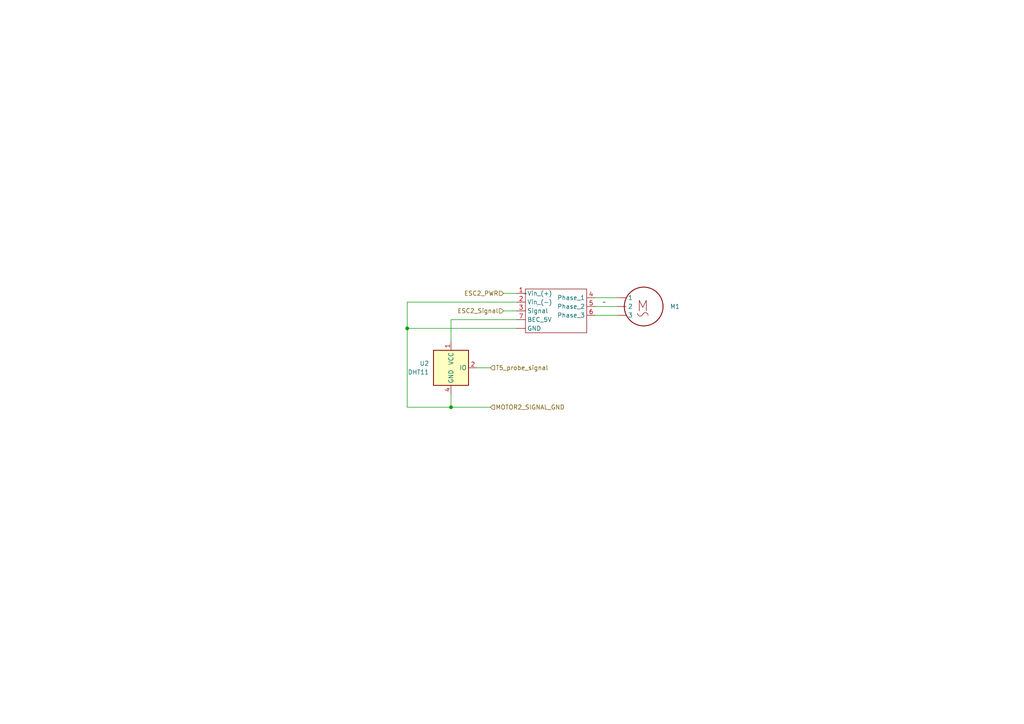
<source format=kicad_sch>
(kicad_sch (version 20230121) (generator eeschema)
  (paper "A4")
  (lib_symbols
    (symbol "MRS:ESC_1"
      (property "Value" "~" (at -8.89 3.81 0))
      (symbol "ESC_1_0_0"
        (pin input line (at -11.43 3.81 0) (length 2.54) (name "Vin_(+)") (number "1"))
        (pin input line (at -11.43 1.27 0) (length 2.54) (name "Vin_(-)") (number "2"))
        (pin input line (at -11.43 -1.27 0) (length 2.54) (name "Signal") (number "3"))
        (pin output line (at 11.43 2.54 180) (length 2.54) (name "Phase_1") (number "4"))
        (pin output line (at 11.43 0 180) (length 2.54) (name "Phase_2") (number "5"))
        (pin output line (at 11.43 -2.54 180) (length 2.54) (name "Phase_3") (number "6"))
        (pin output line (at -11.43 -3.81 0) (length 2.54) (name "BEC_5V") (number "7"))
      )
      (symbol "ESC_1_0_1"
        (rectangle (start -8.89 5.08) (end 8.89 -7.62))
      )
      (symbol "ESC_1_1_1"
        (pin input line (at -11.43 -6.35 0) (length 2.54) (name "GND") (number ""))
      )
    )
    (symbol "New_Library:BLDC_Motor"
      (property "Reference" "M" (at 0 3.81 0))
      (symbol "BLDC_Motor_0_0"
        (arc (start -1.778 -2.032) (mid -1.1162 -2.7602) (end -0.254 -2.286))
        (polyline (pts (xy -1.27 -1.27) (xy -1.27 1.778) (xy -0.254 -0.254) (xy 0.762 1.778) (xy 0.762 -1.27)))
        (arc (start 1.27 -2.54) (mid 0.6117 -1.7907) (end -0.254 -2.286))
      )
      (symbol "BLDC_Motor_0_1"
        (circle (center 0 0) (radius 5.6225) (stroke (width 0.254)))
      )
      (symbol "BLDC_Motor_1_1"
        (pin input line (at -7.62 2.54 0) (length 2.54) (name "1") (number ""))
        (pin input line (at -7.62 0 0) (length 2.54) (name "2") (number ""))
        (pin input line (at -7.62 -2.54 0) (length 2.54) (name "3") (number ""))
      )
    )
    (symbol "Sensor:DHT11"
      (property "Reference" "U" (at -3.81 6.35 0))
      (property "Value" "DHT11" (at 3.81 6.35 0))
      (symbol "DHT11_0_1"
        (rectangle (start -5.08 5.08) (end 5.08 -5.08) (stroke (width 0.254)) (fill (type background)))
      )
      (symbol "DHT11_1_1"
        (pin power_in line (at 0 7.62 270) (length 2.54) (name "VCC") (number "1"))
        (pin bidirectional line (at 7.62 0 180) (length 2.54) (name "IO") (number "2"))
        (pin no_connect line (at -5.08 0 0) (length 2.54) hide (name "NC") (number "3"))
        (pin power_in line (at 0 -7.62 90) (length 2.54) (name "GND") (number "4"))
      )
    )
  )
  (junction (at 118.11 95.25))
  (junction (at 130.81 118.11))
  (wire (pts (xy 146.05 90.17) (xy 149.86 90.17)))
  (wire (pts (xy 118.11 87.63) (xy 118.11 95.25)))
  (wire (pts (xy 146.05 85.09) (xy 149.86 85.09)))
  (wire (pts (xy 118.11 87.63) (xy 149.86 87.63)))
  (wire (pts (xy 138.43 106.68) (xy 142.24 106.68)))
  (wire (pts (xy 172.72 88.9) (xy 179.07 88.9)))
  (wire (pts (xy 172.72 86.36) (xy 179.07 86.36)))
  (wire (pts (xy 118.11 118.11) (xy 130.81 118.11)))
  (wire (pts (xy 118.11 95.25) (xy 118.11 118.11)))
  (wire (pts (xy 130.81 92.71) (xy 149.86 92.71)))
  (wire (pts (xy 130.81 99.06) (xy 130.81 92.71)))
  (wire (pts (xy 142.24 118.11) (xy 130.81 118.11)))
  (wire (pts (xy 130.81 114.3) (xy 130.81 118.11)))
  (wire (pts (xy 172.72 91.44) (xy 179.07 91.44)))
  (wire (pts (xy 149.86 95.25) (xy 118.11 95.25)))
  (hierarchical_label "MOTOR2_SIGNAL_GND" (shape input) (at 142.24 118.11 0))
  (hierarchical_label "ESC2_PWR" (shape input) (at 146.05 85.09 180))
  (hierarchical_label "ESC2_Signal" (shape input) (at 146.05 90.17 180))
  (hierarchical_label "T5_probe_signal" (shape input) (at 142.24 106.68 0))
  (symbol (lib_id "Sensor:DHT11") (at 130.81 106.68 0) (unit 1)
    (property "Reference" "U2" (at 124.46 105.41 0) (effects (justify right)))
    (property "Value" "DHT11" (at 124.46 107.95 0) (effects (justify right)))
    (property "Footprint" "Sensor:Aosong_DHT11_5.5x12.0_P2.54mm" (effects hide))
    (property "Datasheet" "http://akizukidenshi.com/download/ds/aosong/DHT11.pdf" (effects hide))
    (instances (project "MRS_Strathvoyager_2" (path "" (reference "U2") (unit 1)) (path "" (reference "T2") (unit 1)) (path "" (reference "U7") (unit 1))))
  )
  (symbol (lib_id "MRS:ESC_1") (at 161.29 88.9 0) (unit 1)
    (property "Reference" "ESC1" (effects hide))
    (property "Value" "~" (at 152.4 85.09 0))
  )
  (symbol (lib_id "New_Library:BLDC_Motor") (at 186.69 88.9 0) (unit 1)
    (property "Reference" "M1" (at 194.31 88.9 0) (effects (justify left)))
    (property "Value" "~" (at 175.26 87.63 0))
    (instances (project "MRS" (path "" (reference "M1") (unit 1))) (project "MRS_Strathvoyager_2" (path "" (reference "M1") (unit 1)) (path "" (reference "M1") (unit 1)) (path "" (reference "M2") (unit 1))))
  )
)
</source>
